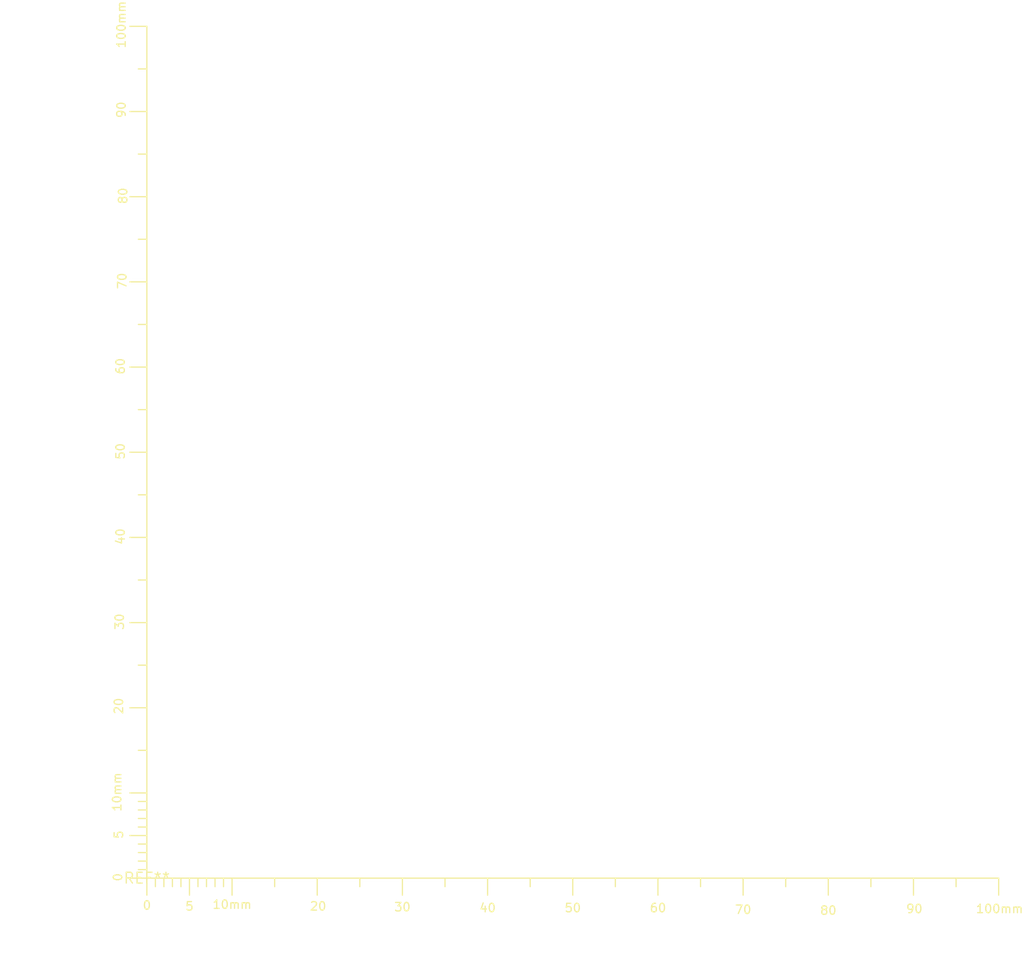
<source format=kicad_pcb>
(kicad_pcb (version 20240108) (generator pcbnew)
  (layers (0 "F.Cu" signal) (31 "B.Cu" signal) (34 "B.Paste" user) (35 "F.Paste" user) (36 "B.SilkS" user "B.Silkscreen") (37 "F.SilkS" user "F.Silkscreen") (38 "B.Mask" user) (39 "F.Mask" user) (44 "Edge.Cuts" user))
  (net 0 "")
  (footprint "Gauge_100mm_Type2_SilkScreenTop" (layer "F.Cu") (at 0 0)
    (property "Reference" "REF**")
    (property "Value" "Gauge_100mm_Type2_SilkScreenTop")
    (fp_line (start 0 -99.9998) (end -1.99898 -99.9998) (layer "F.SilkS") (stroke (width 0.15)))
    (fp_line (start 0 -95.00108) (end -1.00076 -95.00108) (layer "F.SilkS") (stroke (width 0.15)))
    (fp_line (start 0 -89.99982) (end -1.99898 -89.99982) (layer "F.SilkS") (stroke (width 0.15)))
    (fp_line (start 0 -85.0011) (end -1.00076 -85.0011) (layer "F.SilkS") (stroke (width 0.15)))
    (fp_line (start 0 -79.99984) (end -1.99898 -79.99984) (layer "F.SilkS") (stroke (width 0.15)))
    (fp_line (start 0 -75.00112) (end -1.00076 -75.00112) (layer "F.SilkS") (stroke (width 0.15)))
    (fp_line (start 0 -69.99986) (end -1.99898 -69.99986) (layer "F.SilkS") (stroke (width 0.15)))
    (fp_line (start 0 -65.00114) (end -1.00076 -65.00114) (layer "F.SilkS") (stroke (width 0.15)))
    (fp_line (start 0 -59.99988) (end -1.99898 -59.99988) (layer "F.SilkS") (stroke (width 0.15)))
    (fp_line (start 0 -55.00116) (end -1.00076 -55.00116) (layer "F.SilkS") (stroke (width 0.15)))
    (fp_line (start 0 -49.9999) (end -1.99898 -49.9999) (layer "F.SilkS") (stroke (width 0.15)))
    (fp_line (start 0 -45.00118) (end -1.00076 -45.00118) (layer "F.SilkS") (stroke (width 0.15)))
    (fp_line (start 0 -39.99992) (end -1.99898 -39.99992) (layer "F.SilkS") (stroke (width 0.15)))
    (fp_line (start 0 -35.0012) (end -1.00076 -35.0012) (layer "F.SilkS") (stroke (width 0.15)))
    (fp_line (start 0 -29.99994) (end -1.99898 -29.99994) (layer "F.SilkS") (stroke (width 0.15)))
    (fp_line (start 0 -25.00122) (end -1.00076 -25.00122) (layer "F.SilkS") (stroke (width 0.15)))
    (fp_line (start 0 -19.99996) (end -1.99898 -19.99996) (layer "F.SilkS") (stroke (width 0.15)))
    (fp_line (start 0 -15.00124) (end -1.00076 -15.00124) (layer "F.SilkS") (stroke (width 0.15)))
    (fp_line (start 0 -9.99998) (end -1.99898 -9.99998) (layer "F.SilkS") (stroke (width 0.15)))
    (fp_line (start 0 -8.99922) (end -1.00076 -8.99922) (layer "F.SilkS") (stroke (width 0.15)))
    (fp_line (start 0 -8.001) (end -1.00076 -8.001) (layer "F.SilkS") (stroke (width 0.15)))
    (fp_line (start 0 -7.00024) (end -1.00076 -7.00024) (layer "F.SilkS") (stroke (width 0.15)))
    (fp_line (start 0 -5.99948) (end -1.00076 -5.99948) (layer "F.SilkS") (stroke (width 0.15)))
    (fp_line (start 0 -5.00126) (end -1.99898 -5.00126) (layer "F.SilkS") (stroke (width 0.15)))
    (fp_line (start 0 -4.0005) (end -1.00076 -4.0005) (layer "F.SilkS") (stroke (width 0.15)))
    (fp_line (start 0 -2.99974) (end -1.00076 -2.99974) (layer "F.SilkS") (stroke (width 0.15)))
    (fp_line (start 0 -1.99898) (end -1.00076 -1.99898) (layer "F.SilkS") (stroke (width 0.15)))
    (fp_line (start 0 -1.00076) (end -1.00076 -1.00076) (layer "F.SilkS") (stroke (width 0.15)))
    (fp_line (start 0 0) (end -1.99898 0) (layer "F.SilkS") (stroke (width 0.15)))
    (fp_line (start 0 0) (end 0 -99.9998) (layer "F.SilkS") (stroke (width 0.15)))
    (fp_line (start 0 0) (end 0 1.99898) (layer "F.SilkS") (stroke (width 0.15)))
    (fp_line (start 0 0) (end 9.99998 0) (layer "F.SilkS") (stroke (width 0.15)))
    (fp_line (start 1.00076 0) (end 1.00076 1.00076) (layer "F.SilkS") (stroke (width 0.15)))
    (fp_line (start 1.99898 0) (end 1.99898 1.00076) (layer "F.SilkS") (stroke (width 0.15)))
    (fp_line (start 2.99974 0) (end 2.99974 1.00076) (layer "F.SilkS") (stroke (width 0.15)))
    (fp_line (start 4.0005 0) (end 4.0005 1.00076) (layer "F.SilkS") (stroke (width 0.15)))
    (fp_line (start 5.00126 0) (end 5.00126 1.99898) (layer "F.SilkS") (stroke (width 0.15)))
    (fp_line (start 5.99948 0) (end 5.99948 1.00076) (layer "F.SilkS") (stroke (width 0.15)))
    (fp_line (start 7.00024 0) (end 7.00024 1.00076) (layer "F.SilkS") (stroke (width 0.15)))
    (fp_line (start 8.001 0) (end 8.001 1.00076) (layer "F.SilkS") (stroke (width 0.15)))
    (fp_line (start 8.99922 0) (end 8.99922 1.00076) (layer "F.SilkS") (stroke (width 0.15)))
    (fp_line (start 9.99998 0) (end 9.99998 1.99898) (layer "F.SilkS") (stroke (width 0.15)))
    (fp_line (start 9.99998 0) (end 99.9998 0) (layer "F.SilkS") (stroke (width 0.15)))
    (fp_line (start 15.00124 0) (end 15.00124 1.00076) (layer "F.SilkS") (stroke (width 0.15)))
    (fp_line (start 19.99996 0) (end 19.99996 1.99898) (layer "F.SilkS") (stroke (width 0.15)))
    (fp_line (start 25.00122 0) (end 25.00122 1.00076) (layer "F.SilkS") (stroke (width 0.15)))
    (fp_line (start 29.99994 0) (end 29.99994 1.99898) (layer "F.SilkS") (stroke (width 0.15)))
    (fp_line (start 35.0012 0) (end 35.0012 1.00076) (layer "F.SilkS") (stroke (width 0.15)))
    (fp_line (start 39.99992 0) (end 39.99992 1.99898) (layer "F.SilkS") (stroke (width 0.15)))
    (fp_line (start 45.00118 0) (end 45.00118 1.00076) (layer "F.SilkS") (stroke (width 0.15)))
    (fp_line (start 49.9999 0) (end 49.9999 1.99898) (layer "F.SilkS") (stroke (width 0.15)))
    (fp_line (start 55.00116 0) (end 55.00116 1.00076) (layer "F.SilkS") (stroke (width 0.15)))
    (fp_line (start 59.99988 0) (end 59.99988 1.99898) (layer "F.SilkS") (stroke (width 0.15)))
    (fp_line (start 65.00114 0) (end 65.00114 1.00076) (layer "F.SilkS") (stroke (width 0.15)))
    (fp_line (start 69.99986 0) (end 69.99986 1.99898) (layer "F.SilkS") (stroke (width 0.15)))
    (fp_line (start 75.00112 0) (end 75.00112 1.00076) (layer "F.SilkS") (stroke (width 0.15)))
    (fp_line (start 79.99984 0) (end 79.99984 1.99898) (layer "F.SilkS") (stroke (width 0.15)))
    (fp_line (start 85.0011 0) (end 85.0011 1.00076) (layer "F.SilkS") (stroke (width 0.15)))
    (fp_line (start 89.99982 0) (end 89.99982 1.99898) (layer "F.SilkS") (stroke (width 0.15)))
    (fp_line (start 95.00108 0) (end 95.00108 1.00076) (layer "F.SilkS") (stroke (width 0.15)))
    (fp_line (start 99.9998 0) (end 99.9998 1.99898) (layer "F.SilkS") (stroke (width 0.15)))
    (fp_text user "60" (at 60.00496 3.50012 0) (layer "F.SilkS"))
    (fp_text user "5" (at -3.302 -5.10286 90) (layer "F.SilkS"))
    (fp_text user "40" (at -3.10134 -40.10406 90) (layer "F.SilkS"))
    (fp_text user "50" (at -3.10134 -50.10404 90) (layer "F.SilkS"))
    (fp_text user "10mm" (at 10.00506 3.0988 0) (layer "F.SilkS"))
    (fp_text user "80" (at -2.80162 -80.10398 90) (layer "F.SilkS"))
    (fp_text user "100mm" (at -2.99974 -100.20554 90) (layer "F.SilkS"))
    (fp_text user "30" (at 30.00502 3.39852 0) (layer "F.SilkS"))
    (fp_text user "20" (at 20.1041 3.29946 0) (layer "F.SilkS"))
    (fp_text user "10mm" (at -3.50266 -10.10412 90) (layer "F.SilkS"))
    (fp_text user "70" (at 70.00494 3.70078 0) (layer "F.SilkS"))
    (fp_text user "90" (at -2.99974 -90.20556 90) (layer "F.SilkS"))
    (fp_text user "5" (at 5.0038 3.29946 0) (layer "F.SilkS"))
    (fp_text user "40" (at 40.005 3.50012 0) (layer "F.SilkS"))
    (fp_text user "0" (at 0.00508 3.19786 0) (layer "F.SilkS"))
    (fp_text user "20" (at -3.302 -20.20316 90) (layer "F.SilkS"))
    (fp_text user "90" (at 90.1065 3.60172 0) (layer "F.SilkS"))
    (fp_text user "60" (at -3.10134 -60.10402 90) (layer "F.SilkS"))
    (fp_text user "30" (at -3.20294 -30.10408 90) (layer "F.SilkS"))
    (fp_text user "70" (at -2.90068 -70.104 90) (layer "F.SilkS"))
    (fp_text user "80" (at 80.00492 3.79984 0) (layer "F.SilkS"))
    (fp_text user "50" (at 50.00498 3.50012 0) (layer "F.SilkS"))
    (fp_text user "100mm" (at 100.10648 3.60172 0) (layer "F.SilkS"))
    (fp_text user "0" (at -3.4036 -0.10414 90) (layer "F.SilkS"))
  )
)
</source>
